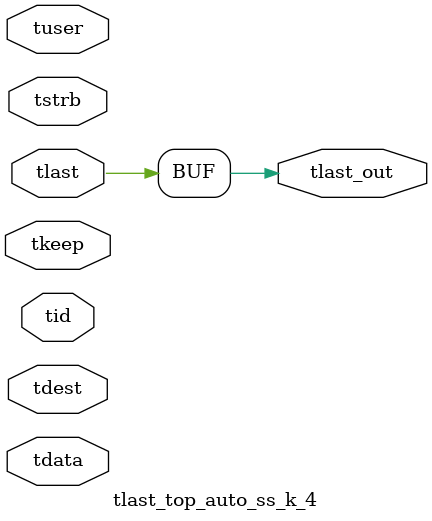
<source format=v>


`timescale 1ps/1ps

module tlast_top_auto_ss_k_4 #
(
parameter C_S_AXIS_TID_WIDTH   = 1,
parameter C_S_AXIS_TUSER_WIDTH = 0,
parameter C_S_AXIS_TDATA_WIDTH = 0,
parameter C_S_AXIS_TDEST_WIDTH = 0
)
(
input  [(C_S_AXIS_TID_WIDTH   == 0 ? 1 : C_S_AXIS_TID_WIDTH)-1:0       ] tid,
input  [(C_S_AXIS_TDATA_WIDTH == 0 ? 1 : C_S_AXIS_TDATA_WIDTH)-1:0     ] tdata,
input  [(C_S_AXIS_TUSER_WIDTH == 0 ? 1 : C_S_AXIS_TUSER_WIDTH)-1:0     ] tuser,
input  [(C_S_AXIS_TDEST_WIDTH == 0 ? 1 : C_S_AXIS_TDEST_WIDTH)-1:0     ] tdest,
input  [(C_S_AXIS_TDATA_WIDTH/8)-1:0 ] tkeep,
input  [(C_S_AXIS_TDATA_WIDTH/8)-1:0 ] tstrb,
input  [0:0]                                                             tlast,
output                                                                   tlast_out
);

assign tlast_out = {tlast[0]};

endmodule


</source>
